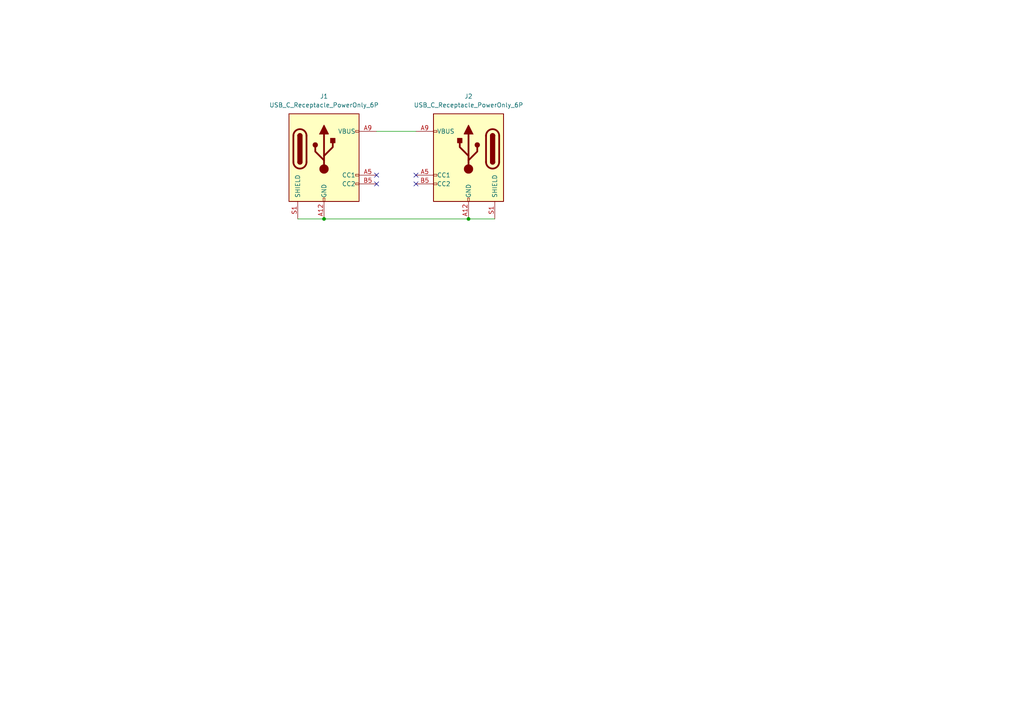
<source format=kicad_sch>
(kicad_sch (version 20231120) (generator "eeschema") (generator_version "8.0")
  (paper "A4")
  (lib_symbols
    (symbol "Connector:USB_C_Receptacle_PowerOnly_6P" (pin_names (offset 1.016))
      (property "Reference" "J" (at 0 16.51 0))
      (property "Value" "USB_C_Receptacle_PowerOnly_6P" (at 0 13.97 0))
      (symbol "USB_C_Receptacle_PowerOnly_6P_0_0"
        (rectangle (start -0.254 -12.7) (end 0.254 -11.684))
        (rectangle (start 10.16 -7.366) (end 9.144 -7.874))
        (rectangle (start 10.16 -4.826) (end 9.144 -5.334))
        (rectangle (start 10.16 7.874) (end 9.144 7.366))
      )
      (symbol "USB_C_Receptacle_PowerOnly_6P_0_1"
        (rectangle (start -10.16 12.7) (end 10.16 -12.7) (stroke (width 0.254)) (fill (type background)))
        (arc (start -8.89 -1.27) (mid -6.985 -3.1667) (end -5.08 -1.27) (stroke (width 0.508)))
        (arc (start -7.62 -1.27) (mid -6.985 -1.9023) (end -6.35 -1.27) (stroke (width 0.254)))
        (arc (start -7.62 -1.27) (mid -6.985 -1.9023) (end -6.35 -1.27) (stroke (width 0.254)) (fill (type outline)))
        (rectangle (start -7.62 -1.27) (end -6.35 6.35) (stroke (width 0.254)) (fill (type outline)))
        (arc (start -6.35 6.35) (mid -6.985 6.9823) (end -7.62 6.35) (stroke (width 0.254)))
        (arc (start -6.35 6.35) (mid -6.985 6.9823) (end -7.62 6.35) (stroke (width 0.254)) (fill (type outline)))
        (arc (start -5.08 6.35) (mid -6.985 8.2467) (end -8.89 6.35) (stroke (width 0.508)))
        (circle (center -2.54 3.683) (radius 0.635) (stroke (width 0.254)) (fill (type outline)))
        (circle (center 0 -3.302) (radius 1.27) (fill (type outline)))
        (polyline (pts (xy -8.89 -1.27) (xy -8.89 6.35)) (stroke (width 0.508)))
        (polyline (pts (xy -5.08 6.35) (xy -5.08 -1.27)) (stroke (width 0.508)))
        (polyline (pts (xy 0 -3.302) (xy 0 6.858)) (stroke (width 0.508)))
        (polyline (pts (xy 0 -0.762) (xy -2.54 1.778) (xy -2.54 3.048)) (stroke (width 0.508)))
        (polyline (pts (xy 0 0.508) (xy 2.54 3.048) (xy 2.54 4.318)) (stroke (width 0.508)))
        (polyline (pts (xy -1.27 6.858) (xy 0 9.398) (xy 1.27 6.858) (xy -1.27 6.858)) (stroke (width 0.254)) (fill (type outline)))
        (rectangle (start 1.905 4.318) (end 3.175 5.588) (stroke (width 0.254)) (fill (type outline)))
      )
      (symbol "USB_C_Receptacle_PowerOnly_6P_1_1"
        (pin passive line (at 0 -17.78 90) (length 5.08) (name "GND") (number "A12"))
        (pin bidirectional line (at 15.24 -5.08 180) (length 5.08) (name "CC1") (number "A5"))
        (pin passive line (at 15.24 7.62 180) (length 5.08) (name "VBUS") (number "A9"))
        (pin passive line (at 0 -17.78 90) (length 5.08) hide (name "GND") (number "B12"))
        (pin bidirectional line (at 15.24 -7.62 180) (length 5.08) (name "CC2") (number "B5"))
        (pin passive line (at 15.24 7.62 180) (length 5.08) hide (name "VBUS") (number "B9"))
        (pin passive line (at -7.62 -17.78 90) (length 5.08) (name "SHIELD") (number "S1"))
      )
    )
  )
  (junction (at 135.89 63.5))
  (junction (at 93.98 63.5))
  (no_connect (at 120.65 53.34))
  (no_connect (at 109.22 53.34))
  (no_connect (at 120.65 50.8))
  (no_connect (at 109.22 50.8))
  (wire (pts (xy 135.89 63.5) (xy 143.51 63.5)))
  (wire (pts (xy 109.22 38.1) (xy 120.65 38.1)))
  (wire (pts (xy 86.36 63.5) (xy 93.98 63.5)))
  (wire (pts (xy 93.98 63.5) (xy 135.89 63.5)))
  (symbol (lib_id "Connector:USB_C_Receptacle_PowerOnly_6P") (at 135.89 45.72 0) (mirror y) (unit 1)
    (property "Reference" "J2" (at 135.89 27.94 0))
    (property "Value" "USB_C_Receptacle_PowerOnly_6P" (at 135.89 30.48 0))
    (property "Footprint" "Connector_USB:USB_C_Plug_ShenzhenJingTuoJin_918-118A2021Y40002_Vertical" (effects (hide yes)))
    (property "Datasheet" "https://www.usb.org/sites/default/files/documents/usb_type-c.zip" (effects (hide yes)))
    (property "Description" "USB Power-Only 6P Type-C Receptacle connector" (effects (hide yes)))
  )
  (symbol (lib_id "Connector:USB_C_Receptacle_PowerOnly_6P") (at 93.98 45.72 0) (unit 1)
    (property "Reference" "J1" (at 93.98 27.94 0))
    (property "Value" "USB_C_Receptacle_PowerOnly_6P" (at 93.98 30.48 0))
    (property "Footprint" "Connector_USB:USB_C_Plug_ShenzhenJingTuoJin_918-118A2021Y40002_Vertical" (effects (hide yes)))
    (property "Datasheet" "https://www.usb.org/sites/default/files/documents/usb_type-c.zip" (effects (hide yes)))
    (property "Description" "USB Power-Only 6P Type-C Receptacle connector" (effects (hide yes)))
  )
)
</source>
